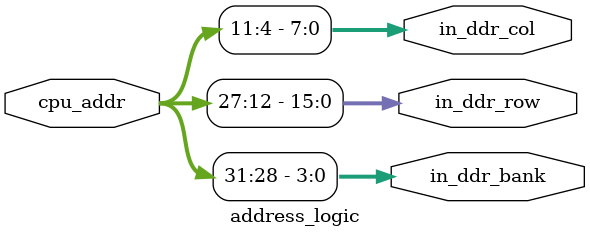
<source format=sv>
module address_logic (
    input logic [31:0] cpu_addr,
    output logic [3:0] in_ddr_bank,
    output logic [15:0] in_ddr_row,
    output logic [7:0] in_ddr_col
);
    // Assuming a simple mapping for demonstration purposes
always_comb begin
    in_ddr_bank = cpu_addr[31:28]; // Bits [31:28] → Bank (4 bits → 16 banks)
    in_ddr_row  = cpu_addr[27:12]; // Bits [27:12] → Row (16 bits → 65K rows per bank)
    in_ddr_col  = cpu_addr[11:4]; // Bits [11:4] → Column (8 bits → 256 columns per row)
end

//Bits [3:0] → Byte offset inside word
endmodule
</source>
